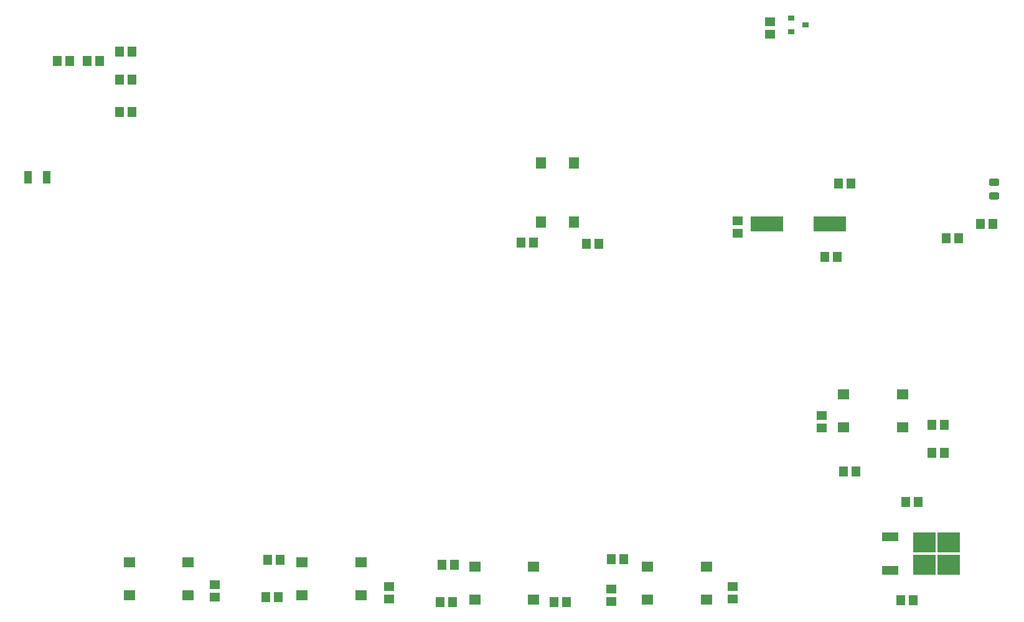
<source format=gbr>
%TF.GenerationSoftware,KiCad,Pcbnew,(6.0.5-0)*%
%TF.CreationDate,2022-07-17T22:17:14-04:00*%
%TF.ProjectId,Annahs_clock_hps,416e6e61-6873-45f6-936c-6f636b5f6870,rev?*%
%TF.SameCoordinates,Original*%
%TF.FileFunction,Paste,Top*%
%TF.FilePolarity,Positive*%
%FSLAX46Y46*%
G04 Gerber Fmt 4.6, Leading zero omitted, Abs format (unit mm)*
G04 Created by KiCad (PCBNEW (6.0.5-0)) date 2022-07-17 22:17:14*
%MOMM*%
%LPD*%
G01*
G04 APERTURE LIST*
G04 Aperture macros list*
%AMRoundRect*
0 Rectangle with rounded corners*
0 $1 Rounding radius*
0 $2 $3 $4 $5 $6 $7 $8 $9 X,Y pos of 4 corners*
0 Add a 4 corners polygon primitive as box body*
4,1,4,$2,$3,$4,$5,$6,$7,$8,$9,$2,$3,0*
0 Add four circle primitives for the rounded corners*
1,1,$1+$1,$2,$3*
1,1,$1+$1,$4,$5*
1,1,$1+$1,$6,$7*
1,1,$1+$1,$8,$9*
0 Add four rect primitives between the rounded corners*
20,1,$1+$1,$2,$3,$4,$5,0*
20,1,$1+$1,$4,$5,$6,$7,0*
20,1,$1+$1,$6,$7,$8,$9,0*
20,1,$1+$1,$8,$9,$2,$3,0*%
G04 Aperture macros list end*
%ADD10R,1.150000X1.400000*%
%ADD11R,1.000000X1.800000*%
%ADD12R,3.050000X2.750000*%
%ADD13R,2.200000X1.200000*%
%ADD14R,1.400000X1.150000*%
%ADD15R,0.900000X0.800000*%
%ADD16RoundRect,0.243750X-0.456250X0.243750X-0.456250X-0.243750X0.456250X-0.243750X0.456250X0.243750X0*%
%ADD17R,1.400000X1.600000*%
%ADD18R,4.500000X2.000000*%
%ADD19R,1.600000X1.400000*%
G04 APERTURE END LIST*
D10*
%TO.C,C6*%
X204465000Y-127380000D03*
X206165000Y-127380000D03*
%TD*%
%TO.C,R6*%
X94830000Y-67310000D03*
X93130000Y-67310000D03*
%TD*%
D11*
%TO.C,Y2*%
X85110000Y-83185000D03*
X87610000Y-83185000D03*
%TD*%
D10*
%TO.C,R17*%
X153885000Y-92075000D03*
X152185000Y-92075000D03*
%TD*%
D12*
%TO.C,U3*%
X210360000Y-135890000D03*
X207010000Y-135890000D03*
X210360000Y-132840000D03*
X207010000Y-132840000D03*
D13*
X202385000Y-132085000D03*
X202385000Y-136645000D03*
%TD*%
D14*
%TO.C,R14*%
X186055000Y-63715000D03*
X186055000Y-62015000D03*
%TD*%
%TO.C,R5*%
X193040000Y-117270000D03*
X193040000Y-115570000D03*
%TD*%
D10*
%TO.C,C2*%
X209970000Y-91440000D03*
X211670000Y-91440000D03*
%TD*%
%TO.C,R10*%
X97575000Y-74295000D03*
X99275000Y-74295000D03*
%TD*%
%TO.C,C10*%
X119390000Y-135255000D03*
X117690000Y-135255000D03*
%TD*%
%TO.C,C8*%
X97575000Y-69850000D03*
X99275000Y-69850000D03*
%TD*%
D15*
%TO.C,Q1*%
X188880000Y-61445000D03*
X188880000Y-63345000D03*
X190880000Y-62395000D03*
%TD*%
D10*
%TO.C,C7*%
X203830000Y-140715000D03*
X205530000Y-140715000D03*
%TD*%
D16*
%TO.C,D1*%
X216535000Y-83850000D03*
X216535000Y-85725000D03*
%TD*%
D14*
%TO.C,R13*%
X164465000Y-139167500D03*
X164465000Y-140867500D03*
%TD*%
D10*
%TO.C,R15*%
X141175000Y-140970000D03*
X142875000Y-140970000D03*
%TD*%
%TO.C,R12*%
X117475000Y-140335000D03*
X119175000Y-140335000D03*
%TD*%
D17*
%TO.C,SW6*%
X154845000Y-89207500D03*
X154845000Y-81207500D03*
X159345000Y-89207500D03*
X159345000Y-81207500D03*
%TD*%
D10*
%TO.C,C11*%
X166165000Y-135152500D03*
X164465000Y-135152500D03*
%TD*%
D14*
%TO.C,R1*%
X134200000Y-140550000D03*
X134200000Y-138850000D03*
%TD*%
D18*
%TO.C,Y1*%
X194115000Y-89535000D03*
X185615000Y-89535000D03*
%TD*%
D14*
%TO.C,R8*%
X110490000Y-140335000D03*
X110490000Y-138635000D03*
%TD*%
D10*
%TO.C,R9*%
X156630000Y-140970000D03*
X158330000Y-140970000D03*
%TD*%
D19*
%TO.C,SW2*%
X122365000Y-135545000D03*
X130365000Y-135545000D03*
X122365000Y-140045000D03*
X130365000Y-140045000D03*
%TD*%
D10*
%TO.C,R11*%
X214630000Y-89535000D03*
X216330000Y-89535000D03*
%TD*%
%TO.C,C4*%
X193460000Y-93980000D03*
X195160000Y-93980000D03*
%TD*%
%TO.C,R16*%
X161075000Y-92192500D03*
X162775000Y-92192500D03*
%TD*%
D14*
%TO.C,C5*%
X181610000Y-90805000D03*
X181610000Y-89105000D03*
%TD*%
D10*
%TO.C,R4*%
X208065000Y-120650000D03*
X209765000Y-120650000D03*
%TD*%
D19*
%TO.C,SW1*%
X169355000Y-136180000D03*
X177355000Y-136180000D03*
X169355000Y-140680000D03*
X177355000Y-140680000D03*
%TD*%
D10*
%TO.C,C13*%
X143090000Y-135890000D03*
X141390000Y-135890000D03*
%TD*%
D14*
%TO.C,R2*%
X180975000Y-140550000D03*
X180975000Y-138850000D03*
%TD*%
D10*
%TO.C,C3*%
X196000000Y-123190000D03*
X197700000Y-123190000D03*
%TD*%
D19*
%TO.C,SW3*%
X98870000Y-135545000D03*
X106870000Y-135545000D03*
X98870000Y-140045000D03*
X106870000Y-140045000D03*
%TD*%
%TO.C,SW4*%
X145860000Y-136180000D03*
X153860000Y-136180000D03*
X145860000Y-140680000D03*
X153860000Y-140680000D03*
%TD*%
D10*
%TO.C,C1*%
X197065000Y-84035000D03*
X195365000Y-84035000D03*
%TD*%
%TO.C,R3*%
X208065000Y-116840000D03*
X209765000Y-116840000D03*
%TD*%
%TO.C,C9*%
X97575000Y-66040000D03*
X99275000Y-66040000D03*
%TD*%
D19*
%TO.C,SW5*%
X196025000Y-112685000D03*
X204025000Y-112685000D03*
X196025000Y-117185000D03*
X204025000Y-117185000D03*
%TD*%
D10*
%TO.C,R7*%
X90805000Y-67310000D03*
X89105000Y-67310000D03*
%TD*%
M02*

</source>
